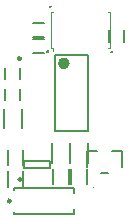
<source format=gbr>
%TF.GenerationSoftware,Altium Limited,Altium Designer,24.10.1 (45)*%
G04 Layer_Color=65535*
%FSLAX45Y45*%
%MOMM*%
%TF.SameCoordinates,4467BDBC-AEE5-4BB1-B835-3B9CE31773A1*%
%TF.FilePolarity,Positive*%
%TF.FileFunction,Legend,Top*%
%TF.Part,Single*%
G01*
G75*
%TA.AperFunction,NonConductor*%
%ADD31C,0.25400*%
%ADD32C,0.25000*%
%ADD33C,0.50000*%
%ADD34C,0.10000*%
%ADD35C,0.12000*%
%ADD36C,0.20000*%
D31*
X2932212Y4335780D02*
G03*
X2932212Y4335780I-3592J0D01*
G01*
X2910840Y3957320D02*
G03*
X2910840Y3957320I-2540J0D01*
G01*
X3452920Y3952240D02*
G03*
X3452920Y3952240I-3600J0D01*
G01*
D32*
X2683690Y3899300D02*
G03*
X2683690Y3899300I-12500J0D01*
G01*
X2689400Y2874700D02*
G03*
X2689400Y2874700I-12500J0D01*
G01*
X2597400Y2692400D02*
G03*
X2597400Y2692400I-12500J0D01*
G01*
D33*
X3071713Y3856800D02*
G03*
X3071713Y3856800I-25000J0D01*
G01*
D34*
X3290900Y2802600D02*
G03*
X3300900Y2802600I5000J0D01*
G01*
D02*
G03*
X3290900Y2802600I-5000J0D01*
G01*
D35*
X2955700Y3960700D02*
Y3990200D01*
X2937700Y4290200D02*
X2955700D01*
X2937700Y3990200D02*
Y4290200D01*
Y3990200D02*
X2955700D01*
X3419700Y4290200D02*
X3437700D01*
Y3990200D02*
Y4290200D01*
X3419700Y3990200D02*
X3437700D01*
D36*
X2679700Y3544100D02*
Y3644100D01*
X2552700Y3544100D02*
Y3644100D01*
X2971714Y3281800D02*
Y3931800D01*
Y3281800D02*
X3251286D01*
Y3931800D01*
X2971714D02*
X3251286D01*
X3450900Y3118100D02*
X3539900D01*
Y2982600D02*
Y3118100D01*
X3241900D02*
X3330900D01*
X3241900Y2982600D02*
Y3118100D01*
X3360900Y2927100D02*
X3420900D01*
X2709400Y2967200D02*
Y3027200D01*
X2929400Y2967200D02*
Y3027200D01*
X2709400Y2967200D02*
X2929400D01*
X2709400Y3027200D02*
X2929400D01*
X2689824Y3307276D02*
Y3474524D01*
X2542576Y3307276D02*
Y3474524D01*
X2782900Y4060000D02*
X2882900D01*
X2782900Y4195000D02*
X2882900D01*
X2782100Y4080700D02*
X2882100D01*
X2782100Y3945700D02*
X2882100D01*
X2679700Y3721900D02*
Y3821900D01*
X2552700Y3721900D02*
Y3821900D01*
X3429000Y4039400D02*
Y4139400D01*
X3556000Y4039400D02*
Y4139400D01*
X2578100Y2993700D02*
Y3127700D01*
X2705100Y2993700D02*
Y3127700D01*
Y2814000D02*
Y2948000D01*
X2578100Y2814000D02*
Y2948000D01*
X3090100Y2831976D02*
Y2959224D01*
X2955100Y2831976D02*
Y2959224D01*
X3096224Y3015176D02*
Y3182424D01*
X2948976Y3015176D02*
Y3182424D01*
X3242500Y2831976D02*
Y2959224D01*
X3107500Y2831976D02*
Y2959224D01*
X3248624Y3015176D02*
Y3182424D01*
X3101376Y3015176D02*
Y3182424D01*
X2628900Y2585400D02*
Y2601400D01*
Y2585400D02*
X3136900D01*
Y2625100D01*
Y2759700D02*
Y2799400D01*
X2628900D02*
X3136900D01*
X2628900Y2783400D02*
Y2799400D01*
%TF.MD5,92a75413853b9e98db85bac62e24b539*%
M02*

</source>
